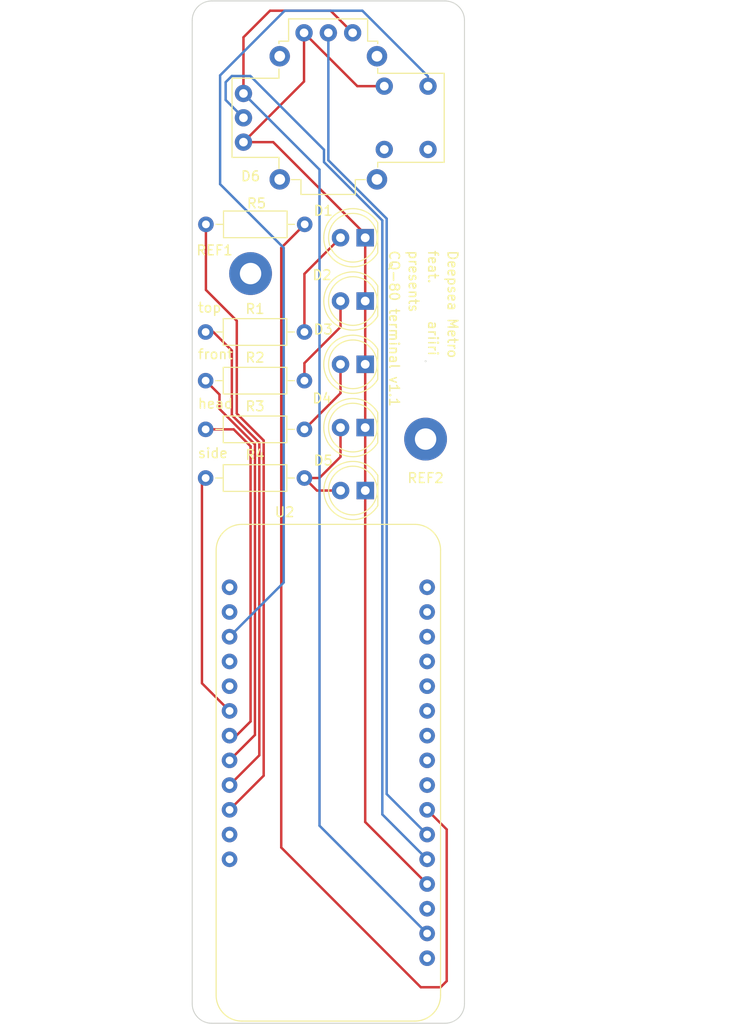
<source format=kicad_pcb>
(kicad_pcb (version 20211014) (generator pcbnew)
  (layers (0 "F.Cu" signal) (31 "B.Cu" signal) (34 "B.Paste" user) (35 "F.Paste" user) (36 "B.SilkS" user "B.Silkscreen") (37 "F.SilkS" user "F.Silkscreen") (38 "B.Mask" user) (39 "F.Mask" user) (44 "Edge.Cuts" user))
  (net 0 "")
  (net 1 "Net-(D1-Pad1)")
  (net 4 "Net-(U2-Pad26)")
  (net 19 "Net-(D1-Pad2)")
  (net 20 "Net-(D2-Pad2)")
  (net 21 "Net-(D3-Pad2)")
  (net 22 "Net-(D4-Pad2)")
  (net 23 "Net-(R1-Pad1)")
  (net 24 "Net-(R2-Pad1)")
  (net 25 "Net-(R3-Pad1)")
  (net 27 "Net-(R4-Pad1)")
  (net 28 "Net-(U2-Pad7)")
  (net 29 "Net-(D6-PadB1A)")
  (net 30 "Net-(D6-PadH1)")
  (net 31 "Net-(D6-PadH2)")
  (net 32 "Net-(D6-PadV2)")
  (footprint "LED_THT:LED_D5.0mm_Clear" (layer "F.Cu") (at 105.799 95.284 180)
    (fp_text reference "D5" (at 4.326 3.082) (layer "F.SilkS"))
    (fp_text value "LED")
    (fp_line (start -1.29 -1.545) (end -1.29 1.545) (layer "F.SilkS") (width 0.12))
    (fp_arc (start 4.26 -0.000462) (mid 2.072002 2.880433) (end -1.29 1.54483) (layer "F.SilkS") (width 0.12))
    (fp_arc (start -1.29 -1.54483) (mid 2.072002 -2.880433) (end 4.26 0.000462) (layer "F.SilkS") (width 0.12))
    (fp_circle (center 1.27 0) (end 3.77 0) (layer "F.SilkS") (width 0.12) (fill none))
    (pad "1" thru_hole rect (at 0 0 180) (size 1.8 1.8) (drill 0.9) (layers *.Cu *.Mask) (net 1 "Net-(D1-Pad1)"))
    (pad "2" thru_hole circle (at 2.54 0 180) (size 1.8 1.8) (drill 0.9) (layers *.Cu *.Mask) (net 22 "Net-(D4-Pad2)"))
  )
  (footprint "MountingHole:MountingHole_2.2mm_M2_Pad" (layer "F.Cu") (at 94 73)
    (fp_text reference "REF1" (at -3.703 -2.388) (layer "F.SilkS"))
    (fp_text value "MountingHole_2.2mm_M2_Pad")
    (pad "1" thru_hole circle (at 0 0) (size 4.4 4.4) (drill 2.2) (layers *.Cu *.Mask))
  )
  (footprint "Resistor_THT:R_Axial_DIN0207_L6.3mm_D2.5mm_P10.16mm_Horizontal" (layer "F.Cu") (at 89.38 84)
    (fp_text reference "R2" (at 5.08 -2.37) (layer "F.SilkS"))
    (fp_text value "R")
    (fp_line (start 1.81 1.37) (end 8.35 1.37) (layer "F.SilkS") (width 0.12))
    (fp_line (start 1.04 0) (end 1.81 0) (layer "F.SilkS") (width 0.12))
    (fp_line (start 8.35 -1.37) (end 1.81 -1.37) (layer "F.SilkS") (width 0.12))
    (fp_line (start 1.81 -1.37) (end 1.81 1.37) (layer "F.SilkS") (width 0.12))
    (fp_line (start 9.12 0) (end 8.35 0) (layer "F.SilkS") (width 0.12))
    (fp_line (start 8.35 1.37) (end 8.35 -1.37) (layer "F.SilkS") (width 0.12))
    (pad "1" thru_hole circle (at 0 0) (size 1.6 1.6) (drill 0.8) (layers *.Cu *.Mask) (net 24 "Net-(R2-Pad1)"))
    (pad "2" thru_hole oval (at 10.16 0) (size 1.6 1.6) (drill 0.8) (layers *.Cu *.Mask) (net 20 "Net-(D2-Pad2)"))
  )
  (footprint "cq-80:Adafruit_Feather_nRF52_BluefruitLE" (layer "F.Cu") (at 102 123 180)
    (fp_text reference "U2" (at 4.5 25.5 unlocked) (layer "F.SilkS"))
    (fp_text value "Adafruit_Feather_nRF52_BluefruitLE")
    (fp_line (start 11.54 -24.13) (end 11.54 21.59) (layer "F.SilkS") (width 0.12))
    (fp_line (start -11.54 -24.13) (end -11.54 21.59) (layer "F.SilkS") (width 0.12))
    (fp_line (start 8.89 -26.78) (end -8.89 -26.78) (layer "F.SilkS") (width 0.12))
    (fp_line (start 8.89 24.24) (end -8.89 24.24) (layer "F.SilkS") (width 0.12))
    (fp_arc (start -11.54 -24.13) (mid -10.763833 -26.003833) (end -8.89 -26.78) (layer "F.SilkS") (width 0.12))
    (fp_arc (start 11.54 21.59) (mid 10.763833 23.463833) (end 8.89 24.24) (layer "F.SilkS") (width 0.12))
    (fp_arc (start -8.89 24.24) (mid -10.763833 23.463833) (end -11.54 21.59) (layer "F.SilkS") (width 0.12))
    (fp_arc (start 8.89 -26.78) (mid 10.763833 -26.003833) (end 11.54 -24.13) (layer "F.SilkS") (width 0.12))
    (pad "1" thru_hole circle (at -10.16 -20.32) (size 1.6 1.6) (drill 0.8) (layers *.Cu *.Mask))
    (pad "2" thru_hole circle (at -10.16 -17.78) (size 1.6 1.6) (drill 0.8) (layers *.Cu *.Mask) (net 30 "Net-(D6-PadH1)"))
    (pad "3" thru_hole circle (at -10.16 -15.24) (size 1.6 1.6) (drill 0.8) (layers *.Cu *.Mask))
    (pad "4" thru_hole circle (at -10.16 -12.7) (size 1.6 1.6) (drill 0.8) (layers *.Cu *.Mask) (net 1 "Net-(D1-Pad1)"))
    (pad "5" thru_hole circle (at -10.16 -10.16) (size 1.6 1.6) (drill 0.8) (layers *.Cu *.Mask) (net 31 "Net-(D6-PadH2)"))
    (pad "6" thru_hole circle (at -10.16 -7.62) (size 1.6 1.6) (drill 0.8) (layers *.Cu *.Mask) (net 32 "Net-(D6-PadV2)"))
    (pad "7" thru_hole circle (at -10.16 -5.08) (size 1.6 1.6) (drill 0.8) (layers *.Cu *.Mask) (net 28 "Net-(U2-Pad7)"))
    (pad "8" thru_hole circle (at -10.16 -2.54) (size 1.6 1.6) (drill 0.8) (layers *.Cu *.Mask))
    (pad "9" thru_hole circle (at -10.16 0) (size 1.6 1.6) (drill 0.8) (layers *.Cu *.Mask))
    (pad "10" thru_hole circle (at -10.16 2.54) (size 1.6 1.6) (drill 0.8) (layers *.Cu *.Mask))
    (pad "11" thru_hole circle (at -10.16 5.08) (size 1.6 1.6) (drill 0.8) (layers *.Cu *.Mask))
    (pad "12" thru_hole circle (at -10.16 7.62) (size 1.6 1.6) (drill 0.8) (layers *.Cu *.Mask))
    (pad "13" thru_hole circle (at -10.16 10.16) (size 1.6 1.6) (drill 0.8) (layers *.Cu *.Mask))
    (pad "14" thru_hole circle (at -10.16 12.7) (size 1.6 1.6) (drill 0.8) (layers *.Cu *.Mask))
    (pad "15" thru_hole circle (at -10.16 15.24) (size 1.6 1.6) (drill 0.8) (layers *.Cu *.Mask))
    (pad "16" thru_hole circle (at -10.16 17.78) (size 1.6 1.6) (drill 0.8) (layers *.Cu *.Mask))
    (pad "17" thru_hole circle (at 10.16 17.78) (size 1.6 1.6) (drill 0.8) (layers *.Cu *.Mask))
    (pad "18" thru_hole circle (at 10.16 15.24) (size 1.6 1.6) (drill 0.8) (layers *.Cu *.Mask))
    (pad "19" thru_hole circle (at 10.16 12.7) (size 1.6 1.6) (drill 0.8) (layers *.Cu *.Mask) (net 29 "Net-(D6-PadB1A)"))
    (pad "20" thru_hole circle (at 10.16 10.16) (size 1.6 1.6) (drill 0.8) (layers *.Cu *.Mask))
    (pad "21" thru_hole circle (at 10.16 7.62) (size 1.6 1.6) (drill 0.8) (layers *.Cu *.Mask))
    (pad "22" thru_hole circle (at 10.16 5.08) (size 1.6 1.6) (drill 0.8) (layers *.Cu *.Mask) (net 27 "Net-(R4-Pad1)"))
    (pad "23" thru_hole circle (at 10.16 2.54) (size 1.6 1.6) (drill 0.8) (layers *.Cu *.Mask) (net 25 "Net-(R3-Pad1)"))
    (pad "24" thru_hole circle (at 10.16 0) (size 1.6 1.6) (drill 0.8) (layers *.Cu *.Mask) (net 24 "Net-(R2-Pad1)"))
    (pad "25" thru_hole circle (at 10.16 -2.54) (size 1.6 1.6) (drill 0.8) (layers *.Cu *.Mask) (net 23 "Net-(R1-Pad1)"))
    (pad "26" thru_hole circle (at 10.16 -5.08) (size 1.6 1.6) (drill 0.8) (layers *.Cu *.Mask) (net 4 "Net-(U2-Pad26)"))
    (pad "27" thru_hole circle (at 10.16 -7.62) (size 1.6 1.6) (drill 0.8) (layers *.Cu *.Mask))
    (pad "28" thru_hole circle (at 10.16 -10.16) (size 1.6 1.6) (drill 0.8) (layers *.Cu *.Mask))
  )
  (footprint "LED_THT:LED_D5.0mm_Clear" (layer "F.Cu") (at 105.791 69.319 180)
    (fp_text reference "D1" (at 4.318 2.771) (layer "F.SilkS"))
    (fp_text value "LED")
    (fp_line (start -1.29 -1.545) (end -1.29 1.545) (layer "F.SilkS") (width 0.12))
    (fp_arc (start 4.26 -0.000462) (mid 2.072002 2.880433) (end -1.29 1.54483) (layer "F.SilkS") (width 0.12))
    (fp_arc (start -1.29 -1.54483) (mid 2.072002 -2.880433) (end 4.26 0.000462) (layer "F.SilkS") (width 0.12))
    (fp_circle (center 1.27 0) (end 3.77 0) (layer "F.SilkS") (width 0.12) (fill none))
    (pad "1" thru_hole rect (at 0 0 180) (size 1.8 1.8) (drill 0.9) (layers *.Cu *.Mask) (net 1 "Net-(D1-Pad1)"))
    (pad "2" thru_hole circle (at 2.54 0 180) (size 1.8 1.8) (drill 0.9) (layers *.Cu *.Mask) (net 19 "Net-(D1-Pad2)"))
  )
  (footprint "Resistor_THT:R_Axial_DIN0207_L6.3mm_D2.5mm_P10.16mm_Horizontal" (layer "F.Cu") (at 89.38 89)
    (fp_text reference "R3" (at 5.08 -2.37) (layer "F.SilkS"))
    (fp_text value "R")
    (fp_line (start 9.12 0) (end 8.35 0) (layer "F.SilkS") (width 0.12))
    (fp_line (start 1.81 -1.37) (end 1.81 1.37) (layer "F.SilkS") (width 0.12))
    (fp_line (start 8.35 -1.37) (end 1.81 -1.37) (layer "F.SilkS") (width 0.12))
    (fp_line (start 8.35 1.37) (end 8.35 -1.37) (layer "F.SilkS") (width 0.12))
    (fp_line (start 1.81 1.37) (end 8.35 1.37) (layer "F.SilkS") (width 0.12))
    (fp_line (start 1.04 0) (end 1.81 0) (layer "F.SilkS") (width 0.12))
    (pad "1" thru_hole circle (at 0 0) (size 1.6 1.6) (drill 0.8) (layers *.Cu *.Mask) (net 25 "Net-(R3-Pad1)"))
    (pad "2" thru_hole oval (at 10.16 0) (size 1.6 1.6) (drill 0.8) (layers *.Cu *.Mask) (net 21 "Net-(D3-Pad2)"))
  )
  (footprint "LED_THT:LED_D5.0mm_Clear" (layer "F.Cu") (at 105.791 88.819 180)
    (fp_text reference "D4" (at 4.445 3) (layer "F.SilkS"))
    (fp_text value "LED")
    (fp_line (start -1.29 -1.545) (end -1.29 1.545) (layer "F.SilkS") (width 0.12))
    (fp_arc (start -1.29 -1.54483) (mid 2.072002 -2.880433) (end 4.26 0.000462) (layer "F.SilkS") (width 0.12))
    (fp_arc (start 4.26 -0.000462) (mid 2.072002 2.880433) (end -1.29 1.54483) (layer "F.SilkS") (width 0.12))
    (fp_circle (center 1.27 0) (end 3.77 0) (layer "F.SilkS") (width 0.12) (fill none))
    (pad "1" thru_hole rect (at 0 0 180) (size 1.8 1.8) (drill 0.9) (layers *.Cu *.Mask) (net 1 "Net-(D1-Pad1)"))
    (pad "2" thru_hole circle (at 2.54 0 180) (size 1.8 1.8) (drill 0.9) (layers *.Cu *.Mask) (net 22 "Net-(D4-Pad2)"))
  )
  (footprint "cq-80:Alps_RKJXV1224" (layer "F.Cu") (at 102 57 -90)
    (fp_text reference "D6" (at 6 8 180) (layer "F.SilkS"))
    (fp_text value "Alps_RKJXV1224")
    (fp_line (start -7.874 4.086846) (end -7.874 5.08) (layer "F.SilkS") (width 0.12))
    (fp_line (start 6.35 -3.81) (end 6.35 -2.771154) (layer "F.SilkS") (width 0.12))
    (fp_line (start 7.874 2.816846) (end 6.35 2.816846) (layer "F.SilkS") (width 0.12))
    (fp_line (start -10.16 -4.041154) (end -7.874 -4.041154) (layer "F.SilkS") (width 0.127))
    (fp_line (start 5.187 5.08) (end 4.064 5.08) (layer "F.SilkS") (width 0.127))
    (fp_line (start -10.16 4.086846) (end -10.16 -4.041154) (layer "F.SilkS") (width 0.127))
    (fp_line (start -7.874 -4.041154) (end -7.874 -5.08) (layer "F.SilkS") (width 0.12))
    (fp_line (start 4.572 -11.915279) (end 4.572 -5.08) (layer "F.SilkS") (width 0.127))
    (fp_line (start -4.572 -5.08) (end -4.572 -11.915029) (layer "F.SilkS") (width 0.127))
    (fp_line (start -7.874 5.08) (end -7.62 5.08) (layer "F.SilkS") (width 0.12))
    (fp_line (start -5.08 -5.08) (end -4.572 -5.08) (layer "F.SilkS") (width 0.127))
    (fp_line (start 7.874 -2.771154) (end 7.874 2.816846) (layer "F.SilkS") (width 0.12))
    (fp_line (start -4.572 -11.915029) (end 4.572 -11.915279) (layer "F.SilkS") (width 0.127))
    (fp_line (start 4.064 5.08) (end 4.064 9.906) (layer "F.SilkS") (width 0.127))
    (fp_line (start 6.35 2.816846) (end 6.35 3.556) (layer "F.SilkS") (width 0.12))
    (fp_line (start 6.35 3.556) (end 6.35 3.81) (layer "F.SilkS") (width 0.12))
    (fp_line (start 4.572 -5.08) (end 5.08 -5.08) (layer "F.SilkS") (width 0.12))
    (fp_line (start 4.064 9.906) (end -4.064 9.906) (layer "F.SilkS") (width 0.12))
    (fp_line (start -4.064 9.906) (end -4.064 5.08) (layer "F.SilkS") (width 0.127))
    (fp_line (start -7.874 4.086846) (end -10.16 4.086846) (layer "F.SilkS") (width 0.127))
    (fp_line (start -4.064 5.08) (end -5.004 5.08) (layer "F.SilkS") (width 0.127))
    (fp_line (start -7.62 -5.08) (end -7.874 -5.08) (layer "F.SilkS") (width 0.12))
    (fp_line (start 6.35 -2.771154) (end 7.874 -2.771154) (layer "F.SilkS") (width 0.12))
    (pad "B1A" thru_hole circle (at -3.25 -10.25 270) (size 1.778 1.778) (drill 0.9) (layers *.Cu *.Mask) (net 29 "Net-(D6-PadB1A)"))
    (pad "B1B" thru_hole circle (at 3.25 -10.25 270) (size 1.778 1.778) (drill 0.9) (layers *.Cu *.Mask))
    (pad "B2A" thru_hole circle (at -3.25 -5.75 270) (size 1.778 1.778) (drill 0.9) (layers *.Cu *.Mask) (net 1 "Net-(D1-Pad1)"))
    (pad "B2B" thru_hole circle (at 3.25 -5.75 270) (size 1.778 1.778) (drill 0.9) (layers *.Cu *.Mask))
    (pad "H1" thru_hole circle (at -2.5 8.73 270) (size 1.778 1.778) (drill 0.889) (layers *.Cu *.Mask) (net 30 "Net-(D6-PadH1)"))
    (pad "H2" thru_hole circle (at 0 8.73 270) (size 1.778 1.778) (drill 0.889) (layers *.Cu *.Mask) (net 31 "Net-(D6-PadH2)"))
    (pad "H3" thru_hole circle (at 2.5 8.73 270) (size 1.778 1.778) (drill 0.889) (layers *.Cu *.Mask) (net 1 "Net-(D1-Pad1)"))
    (pad "S1" thru_hole circle (at -6.325 -5 270) (size 2.1 2.1) (drill 1.1) (layers *.Cu *.Mask))
    (pad "S2" thru_hole circle (at -6.325 5 270) (size 2.1 2.1) (drill 1.1) (layers *.Cu *.Mask))
    (pad "S3" thru_hole circle (at 6.325 5 270) (size 2.1 2.1) (drill 1.1) (layers *.Cu *.Mask))
    (pad "S4" thru_hole circle (at 6.325 -5 270) (size 2.1 2.1) (drill 1.1) (layers *.Cu *.Mask))
    (pad "V1" thru_hole circle (at -8.73 -2.5 270) (size 1.778 1.778) (drill 0.889) (layers *.Cu *.Mask) (net 30 "Net-(D6-PadH1)"))
    (pad "V2" thru_hole circle (at -8.73 0 270) (size 1.778 1.778) (drill 0.889) (layers *.Cu *.Mask) (net 32 "Net-(D6-PadV2)"))
    (pad "V3" thru_hole circle (at -8.73 2.5 270) (size 1.778 1.778) (drill 0.889) (layers *.Cu *.Mask) (net 1 "Net-(D1-Pad1)"))
  )
  (footprint "MountingHole:MountingHole_2.2mm_M2_Pad" (layer "F.Cu") (at 112 90)
    (fp_text reference "REF2" (at 0 4) (layer "F.SilkS"))
    (fp_text value "MountingHole_2.2mm_M2_Pad")
    (pad "1" thru_hole circle (at 0 0) (size 4.4 4.4) (drill 2.2) (layers *.Cu *.Mask))
  )
  (footprint "Resistor_THT:R_Axial_DIN0207_L6.3mm_D2.5mm_P10.16mm_Horizontal" (layer "F.Cu") (at 99.568 67.945 180)
    (fp_text reference "R5" (at 4.953 2.159) (layer "F.SilkS"))
    (fp_text value "R")
    (fp_line (start 9.12 0) (end 8.35 0) (layer "F.SilkS") (width 0.12))
    (fp_line (start 1.04 0) (end 1.81 0) (layer "F.SilkS") (width 0.12))
    (fp_line (start 8.35 1.37) (end 8.35 -1.37) (layer "F.SilkS") (width 0.12))
    (fp_line (start 8.35 -1.37) (end 1.81 -1.37) (layer "F.SilkS") (width 0.12))
    (fp_line (start 1.81 -1.37) (end 1.81 1.37) (layer "F.SilkS") (width 0.12))
    (fp_line (start 1.81 1.37) (end 8.35 1.37) (layer "F.SilkS") (width 0.12))
    (pad "1" thru_hole circle (at 0 0 180) (size 1.6 1.6) (drill 0.8) (layers *.Cu *.Mask) (net 28 "Net-(U2-Pad7)"))
    (pad "2" thru_hole oval (at 10.16 0 180) (size 1.6 1.6) (drill 0.8) (layers *.Cu *.Mask) (net 4 "Net-(U2-Pad26)"))
  )
  (footprint "LED_THT:LED_D5.0mm_Clear" (layer "F.Cu") (at 105.791 82.319 180)
    (fp_text reference "D3" (at 4.318 3.579) (layer "F.SilkS"))
    (fp_text value "LED")
    (fp_line (start -1.29 -1.545) (end -1.29 1.545) (layer "F.SilkS") (width 0.12))
    (fp_arc (start 4.26 -0.000462) (mid 2.072002 2.880433) (end -1.29 1.54483) (layer "F.SilkS") (width 0.12))
    (fp_arc (start -1.29 -1.54483) (mid 2.072002 -2.880433) (end 4.26 0.000462) (layer "F.SilkS") (width 0.12))
    (fp_circle (center 1.27 0) (end 3.77 0) (layer "F.SilkS") (width 0.12) (fill none))
    (pad "1" thru_hole rect (at 0 0 180) (size 1.8 1.8) (drill 0.9) (layers *.Cu *.Mask) (net 1 "Net-(D1-Pad1)"))
    (pad "2" thru_hole circle (at 2.54 0 180) (size 1.8 1.8) (drill 0.9) (layers *.Cu *.Mask) (net 21 "Net-(D3-Pad2)"))
  )
  (footprint "Resistor_THT:R_Axial_DIN0207_L6.3mm_D2.5mm_P10.16mm_Horizontal" (layer "F.Cu") (at 89.38 79)
    (fp_text reference "R1" (at 5.08 -2.37) (layer "F.SilkS"))
    (fp_text value "R")
    (fp_line (start 8.35 1.37) (end 8.35 -1.37) (layer "F.SilkS") (width 0.12))
    (fp_line (start 1.81 1.37) (end 8.35 1.37) (layer "F.SilkS") (width 0.12))
    (fp_line (start 1.04 0) (end 1.81 0) (layer "F.SilkS") (width 0.12))
    (fp_line (start 8.35 -1.37) (end 1.81 -1.37) (layer "F.SilkS") (width 0.12))
    (fp_line (start 1.81 -1.37) (end 1.81 1.37) (layer "F.SilkS") (width 0.12))
    (fp_line (start 9.12 0) (end 8.35 0) (layer "F.SilkS") (width 0.12))
    (pad "1" thru_hole circle (at 0 0) (size 1.6 1.6) (drill 0.8) (layers *.Cu *.Mask) (net 23 "Net-(R1-Pad1)"))
    (pad "2" thru_hole oval (at 10.16 0) (size 1.6 1.6) (drill 0.8) (layers *.Cu *.Mask) (net 19 "Net-(D1-Pad2)"))
  )
  (footprint "LED_THT:LED_D5.0mm_Clear" (layer "F.Cu") (at 105.791 75.819 180)
    (fp_text reference "D2" (at 4.445 2.667) (layer "F.SilkS"))
    (fp_text value "LED")
    (fp_line (start -1.29 -1.545) (end -1.29 1.545) (layer "F.SilkS") (width 0.12))
    (fp_arc (start 4.26 -0.000462) (mid 2.072002 2.880433) (end -1.29 1.54483) (layer "F.SilkS") (width 0.12))
    (fp_arc (start -1.29 -1.54483) (mid 2.072002 -2.880433) (end 4.26 0.000462) (layer "F.SilkS") (width 0.12))
    (fp_circle (center 1.27 0) (end 3.77 0) (layer "F.SilkS") (width 0.12) (fill none))
    (pad "1" thru_hole rect (at 0 0 180) (size 1.8 1.8) (drill 0.9) (layers *.Cu *.Mask) (net 1 "Net-(D1-Pad1)"))
    (pad "2" thru_hole circle (at 2.54 0 180) (size 1.8 1.8) (drill 0.9) (layers *.Cu *.Mask) (net 20 "Net-(D2-Pad2)"))
  )
  (footprint "Resistor_THT:R_Axial_DIN0207_L6.3mm_D2.5mm_P10.16mm_Horizontal" (layer "F.Cu") (at 89.38 94)
    (fp_text reference "R4" (at 5.08 -2.37) (layer "F.SilkS"))
    (fp_text value "R")
    (fp_line (start 8.35 1.37) (end 8.35 -1.37) (layer "F.SilkS") (width 0.12))
    (fp_line (start 9.12 0) (end 8.35 0) (layer "F.SilkS") (width 0.12))
    (fp_line (start 8.35 -1.37) (end 1.81 -1.37) (layer "F.SilkS") (width 0.12))
    (fp_line (start 1.04 0) (end 1.81 0) (layer "F.SilkS") (width 0.12))
    (fp_line (start 1.81 -1.37) (end 1.81 1.37) (layer "F.SilkS") (width 0.12))
    (fp_line (start 1.81 1.37) (end 8.35 1.37) (layer "F.SilkS") (width 0.12))
    (pad "1" thru_hole circle (at 0 0) (size 1.6 1.6) (drill 0.8) (layers *.Cu *.Mask) (net 27 "Net-(R4-Pad1)"))
    (pad "2" thru_hole oval (at 10.16 0) (size 1.6 1.6) (drill 0.8) (layers *.Cu *.Mask) (net 22 "Net-(D4-Pad2)"))
  )
  (gr_arc (start 116 148) (mid 115.414214 149.414214) (end 114 150) (layer "Edge.Cuts") (width 0.1))
  (gr_arc (start 88 47) (mid 88.585786 45.585786) (end 90 45) (layer "Edge.Cuts") (width 0.1))
  (gr_line (start 88 148) (end 88 47) (layer "Edge.Cuts") (width 0.1))
  (gr_circle (center 112 82) (end 112 82) (layer "Edge.Cuts") (width 0.1) (fill none))
  (gr_line (start 116 47) (end 116 148) (layer "Edge.Cuts") (width 0.1))
  (gr_line (start 90 45) (end 114 45) (layer "Edge.Cuts") (width 0.1))
  (gr_arc (start 90 150) (mid 88.585786 149.414214) (end 88 148) (layer "Edge.Cuts") (width 0.1))
  (gr_arc (start 114 45) (mid 115.414214 45.585786) (end 116 47) (layer "Edge.Cuts") (width 0.1))
  (gr_line (start 114 150) (end 90 150) (layer "Edge.Cuts") (width 0.1))
  (gr_text "front" (at 88.5 81.28) (layer "F.SilkS") (effects (font (size 1 1)) (justify left)))
  (gr_text "Deepsea Metro" (at 114.776 70.534 270) (layer "F.SilkS") (effects (font (size 1 1)) (justify left)))
  (gr_text "side\n" (at 88.5 91.44) (layer "F.SilkS") (effects (font (size 1 1)) (justify left)))
  (gr_text "top\n" (at 88.5 76.5) (layer "F.SilkS") (effects (font (size 1 1)) (justify left)))
  (gr_text "CQ-80 terminal v1.1\n" (at 108.776 70.534 270) (layer "F.SilkS") (effects (font (size 1 1)) (justify left)))
  (gr_text "presents\n" (at 110.776 70.534 270) (layer "F.SilkS") (effects (font (size 1 1)) (justify left)))
  (gr_text "head" (at 88.5 86.36) (layer "F.SilkS") (effects (font (size 1 1)) (justify left)))
  (gr_text "ariiri" (at 112.776 81.534 270) (layer "F.SilkS") (effects (font (size 1 1)) (justify right)))
  (gr_text "feat.\n" (at 112.776 70.534 270) (layer "F.SilkS") (effects (font (size 1 1)) (justify left)))
  (segment (start 105.791 129.331) (end 112.16 135.7) (width 0.25) (layer "F.Cu") (net 1))
  (segment (start 107.75 53.75) (end 104.98 53.75) (width 0.25) (layer "F.Cu") (net 1))
  (segment (start 99.5 48.27) (end 99.5 53.27) (width 0.25) (layer "F.Cu") (net 1))
  (segment (start 105.791 68.961) (end 105.791 129.331) (width 0.25) (layer "F.Cu") (net 1))
  (segment (start 93.27 59.5) (end 96.33 59.5) (width 0.25) (layer "F.Cu") (net 1))
  (segment (start 104.98 53.75) (end 99.5 48.27) (width 0.25) (layer "F.Cu") (net 1))
  (segment (start 99.5 53.27) (end 93.27 59.5) (width 0.25) (layer "F.Cu") (net 1))
  (segment (start 96.33 59.5) (end 105.791 68.961) (width 0.25) (layer "F.Cu") (net 1))
  (segment (start 89.408 74.676) (end 92.583 77.851) (width 0.25) (layer "F.Cu") (net 4))
  (segment (start 92.583 87.376) (end 95.35 90.143) (width 0.25) (layer "F.Cu") (net 4))
  (segment (start 95.35 90.143) (end 95.35 124.57) (width 0.25) (layer "F.Cu") (net 4))
  (segment (start 89.408 67.945) (end 89.408 74.676) (width 0.25) (layer "F.Cu") (net 4))
  (segment (start 92.583 77.851) (end 92.583 87.376) (width 0.25) (layer "F.Cu") (net 4))
  (segment (start 95.35 124.57) (end 91.84 128.08) (width 0.25) (layer "F.Cu") (net 4))
  (segment (start 103.251 69.319) (end 99.54 73.03) (width 0.25) (layer "F.Cu") (net 19))
  (segment (start 99.54 73.03) (end 99.54 79) (width 0.25) (layer "F.Cu") (net 19))
  (segment (start 99.54 82.197) (end 99.54 84) (width 0.25) (layer "F.Cu") (net 20))
  (segment (start 103.251 75.819) (end 103.251 78.486) (width 0.25) (layer "F.Cu") (net 20))
  (segment (start 103.251 78.486) (end 99.54 82.197) (width 0.25) (layer "F.Cu") (net 20))
  (segment (start 103.251 82.319) (end 103.251 85.289) (width 0.25) (layer "F.Cu") (net 21))
  (segment (start 103.251 85.289) (end 99.54 89) (width 0.25) (layer "F.Cu") (net 21))
  (segment (start 100.824 95.284) (end 99.54 94) (width 0.25) (layer "F.Cu") (net 22))
  (segment (start 101.072 94) (end 99.54 94) (width 0.25) (layer "F.Cu") (net 22))
  (segment (start 103.251 88.819) (end 103.251 91.821) (width 0.25) (layer "F.Cu") (net 22))
  (segment (start 103.251 91.821) (end 101.072 94) (width 0.25) (layer "F.Cu") (net 22))
  (segment (start 103.259 95.284) (end 100.824 95.284) (width 0.25) (layer "F.Cu") (net 22))
  (segment (start 89.38 79) (end 90.17 79) (width 0.25) (layer "F.Cu") (net 23))
  (segment (start 90.17 79) (end 92.075 80.905) (width 0.25) (layer "F.Cu") (net 23))
  (segment (start 92.075 87.538604) (end 94.9 90.363604) (width 0.25) (layer "F.Cu") (net 23))
  (segment (start 92.075 80.905) (end 92.075 87.538604) (width 0.25) (layer "F.Cu") (net 23))
  (segment (start 94.9 90.363604) (end 94.9 122.48) (width 0.25) (layer "F.Cu") (net 23))
  (segment (start 94.9 122.48) (end 91.84 125.54) (width 0.25) (layer "F.Cu") (net 23))
  (segment (start 90.805 86.905) (end 94.45 90.55) (width 0.25) (layer "F.Cu") (net 24))
  (segment (start 90.805 85.425) (end 90.805 86.905) (width 0.25) (layer "F.Cu") (net 24))
  (segment (start 89.38 84) (end 90.805 85.425) (width 0.25) (layer "F.Cu") (net 24))
  (segment (start 94.45 90.55) (end 94.45 120.39) (width 0.25) (layer "F.Cu") (net 24))
  (segment (start 94.45 120.39) (end 91.84 123) (width 0.25) (layer "F.Cu") (net 24))
  (segment (start 92.263604 89) (end 89.38 89) (width 0.25) (layer "F.Cu") (net 25))
  (segment (start 92.54 120.46) (end 94 119) (width 0.25) (layer "F.Cu") (net 25))
  (segment (start 94 90.736396) (end 92.263604 89) (width 0.25) (layer "F.Cu") (net 25))
  (segment (start 94 119) (end 94 90.736396) (width 0.25) (layer "F.Cu") (net 25))
  (segment (start 91.84 120.46) (end 92.54 120.46) (width 0.25) (layer "F.Cu") (net 25))
  (segment (start 89 115.08) (end 89 94.38) (width 0.25) (layer "F.Cu") (net 27))
  (segment (start 91.84 117.92) (end 89 115.08) (width 0.25) (layer "F.Cu") (net 27))
  (segment (start 89 94.38) (end 89.38 94) (width 0.25) (layer "F.Cu") (net 27))
  (segment (start 97.155 131.953) (end 111.506 146.304) (width 0.25) (layer "F.Cu") (net 28))
  (segment (start 114.173 130.093) (end 112.16 128.08) (width 0.25) (layer "F.Cu") (net 28))
  (segment (start 113.538 146.304) (end 114.173 145.669) (width 0.25) (layer "F.Cu") (net 28))
  (segment (start 99.568 67.945) (end 97.155 70.358) (width 0.25) (layer "F.Cu") (net 28))
  (segment (start 97.155 70.358) (end 97.155 131.953) (width 0.25) (layer "F.Cu") (net 28))
  (segment (start 114.173 145.669) (end 114.173 130.093) (width 0.25) (layer "F.Cu") (net 28))
  (segment (start 111.506 146.304) (end 113.538 146.304) (width 0.25) (layer "F.Cu") (net 28))
  (segment (start 105.5 46) (end 112.25 52.75) (width 0.25) (layer "B.Cu") (net 29))
  (segment (start 97.51 46) (end 105.5 46) (width 0.25) (layer "B.Cu") (net 29))
  (segment (start 97.409 70.358) (end 97.409 104.731) (width 0.25) (layer "B.Cu") (net 29))
  (segment (start 90.8685 52.6415) (end 90.8685 63.8175) (width 0.25) (layer "B.Cu") (net 29))
  (segment (start 90.8685 52.6415) (end 97.51 46) (width 0.25) (layer "B.Cu") (net 29))
  (segment (start 90.8685 63.8175) (end 97.409 70.358) (width 0.25) (layer "B.Cu") (net 29))
  (segment (start 97.409 104.731) (end 91.84 110.3) (width 0.25) (layer "B.Cu") (net 29))
  (segment (start 102.23 46) (end 96 46) (width 0.25) (layer "F.Cu") (net 30))
  (segment (start 93.27 48.73) (end 93.27 54.5) (width 0.25) (layer "F.Cu") (net 30))
  (segment (start 104.5 48.27) (end 102.23 46) (width 0.25) (layer "F.Cu") (net 30))
  (segment (start 96 46) (end 93.27 48.73) (width 0.25) (layer "F.Cu") (net 30))
  (segment (start 93.27 54.5) (end 101.092 62.322) (width 0.25) (layer "B.Cu") (net 30))
  (segment (start 101.092 62.322) (end 101.092 129.712) (width 0.25) (layer "B.Cu") (net 30))
  (segment (start 101.092 129.712) (end 112.16 140.78) (width 0.25) (layer "B.Cu") (net 30))
  (segment (start 93.98 52.705) (end 101.55 60.275) (width 0.25) (layer "B.Cu") (net 31))
  (segment (start 93.27 57) (end 91.44 55.17) (width 0.25) (layer "B.Cu") (net 31))
  (segment (start 91.44 53.34) (end 92.075 52.705) (width 0.25) (layer "B.Cu") (net 31))
  (segment (start 101.55 61.545) (end 107.55 67.545) (width 0.25) (layer "B.Cu") (net 31))
  (segment (start 101.55 60.275) (end 101.55 61.545) (width 0.25) (layer "B.Cu") (net 31))
  (segment (start 107.55 128.55) (end 112.16 133.16) (width 0.25) (layer "B.Cu") (net 31))
  (segment (start 92.075 52.705) (end 93.98 52.705) (width 0.25) (layer "B.Cu") (net 31))
  (segment (start 91.44 55.17) (end 91.44 53.34) (width 0.25) (layer "B.Cu") (net 31))
  (segment (start 107.55 67.545) (end 107.55 128.55) (width 0.25) (layer "B.Cu") (net 31))
  (segment (start 102 61.358604) (end 102 48.27) (width 0.25) (layer "B.Cu") (net 32))
  (segment (start 108 126.46) (end 108 67.358604) (width 0.25) (layer "B.Cu") (net 32))
  (segment (start 108 67.358604) (end 102 61.358604) (width 0.25) (layer "B.Cu") (net 32))
  (segment (start 112.16 130.62) (end 108 126.46) (width 0.25) (layer "B.Cu") (net 32))
)
</source>
